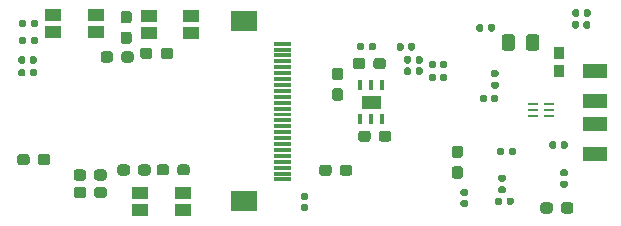
<source format=gbr>
G04 #@! TF.GenerationSoftware,KiCad,Pcbnew,(5.1.6)-1*
G04 #@! TF.CreationDate,2021-02-18T21:14:00+09:00*
G04 #@! TF.ProjectId,guardianCam_Wifi,67756172-6469-4616-9e43-616d5f576966,rev?*
G04 #@! TF.SameCoordinates,Original*
G04 #@! TF.FileFunction,Paste,Top*
G04 #@! TF.FilePolarity,Positive*
%FSLAX46Y46*%
G04 Gerber Fmt 4.6, Leading zero omitted, Abs format (unit mm)*
G04 Created by KiCad (PCBNEW (5.1.6)-1) date 2021-02-18 21:14:00*
%MOMM*%
%LPD*%
G01*
G04 APERTURE LIST*
%ADD10C,0.010000*%
%ADD11R,1.400000X1.050000*%
%ADD12R,0.812800X0.254000*%
%ADD13R,0.970000X1.000000*%
%ADD14R,0.400000X0.860000*%
%ADD15R,2.200000X1.800000*%
%ADD16R,2.000000X1.200000*%
G04 APERTURE END LIST*
D10*
G36*
X113140000Y-91850000D02*
G01*
X113140000Y-90830000D01*
X114640000Y-90830000D01*
X114640000Y-91850000D01*
X113140000Y-91850000D01*
G37*
X113140000Y-91850000D02*
X113140000Y-90830000D01*
X114640000Y-90830000D01*
X114640000Y-91850000D01*
X113140000Y-91850000D01*
G36*
X107030000Y-86255000D02*
G01*
X107030000Y-86505000D01*
X105730000Y-86505000D01*
X105730000Y-86255000D01*
X107030000Y-86255000D01*
G37*
X107030000Y-86255000D02*
X107030000Y-86505000D01*
X105730000Y-86505000D01*
X105730000Y-86255000D01*
X107030000Y-86255000D01*
G36*
X107030000Y-86755000D02*
G01*
X107030000Y-87005000D01*
X105730000Y-87005000D01*
X105730000Y-86755000D01*
X107030000Y-86755000D01*
G37*
X107030000Y-86755000D02*
X107030000Y-87005000D01*
X105730000Y-87005000D01*
X105730000Y-86755000D01*
X107030000Y-86755000D01*
G36*
X107030000Y-87255000D02*
G01*
X107030000Y-87505000D01*
X105730000Y-87505000D01*
X105730000Y-87255000D01*
X107030000Y-87255000D01*
G37*
X107030000Y-87255000D02*
X107030000Y-87505000D01*
X105730000Y-87505000D01*
X105730000Y-87255000D01*
X107030000Y-87255000D01*
G36*
X107030000Y-87755000D02*
G01*
X107030000Y-88005000D01*
X105730000Y-88005000D01*
X105730000Y-87755000D01*
X107030000Y-87755000D01*
G37*
X107030000Y-87755000D02*
X107030000Y-88005000D01*
X105730000Y-88005000D01*
X105730000Y-87755000D01*
X107030000Y-87755000D01*
G36*
X107030000Y-88255000D02*
G01*
X107030000Y-88505000D01*
X105730000Y-88505000D01*
X105730000Y-88255000D01*
X107030000Y-88255000D01*
G37*
X107030000Y-88255000D02*
X107030000Y-88505000D01*
X105730000Y-88505000D01*
X105730000Y-88255000D01*
X107030000Y-88255000D01*
G36*
X107030000Y-88755000D02*
G01*
X107030000Y-89005000D01*
X105730000Y-89005000D01*
X105730000Y-88755000D01*
X107030000Y-88755000D01*
G37*
X107030000Y-88755000D02*
X107030000Y-89005000D01*
X105730000Y-89005000D01*
X105730000Y-88755000D01*
X107030000Y-88755000D01*
G36*
X107030000Y-89255000D02*
G01*
X107030000Y-89505000D01*
X105730000Y-89505000D01*
X105730000Y-89255000D01*
X107030000Y-89255000D01*
G37*
X107030000Y-89255000D02*
X107030000Y-89505000D01*
X105730000Y-89505000D01*
X105730000Y-89255000D01*
X107030000Y-89255000D01*
G36*
X107030000Y-89755000D02*
G01*
X107030000Y-90005000D01*
X105730000Y-90005000D01*
X105730000Y-89755000D01*
X107030000Y-89755000D01*
G37*
X107030000Y-89755000D02*
X107030000Y-90005000D01*
X105730000Y-90005000D01*
X105730000Y-89755000D01*
X107030000Y-89755000D01*
G36*
X107030000Y-90255000D02*
G01*
X107030000Y-90505000D01*
X105730000Y-90505000D01*
X105730000Y-90255000D01*
X107030000Y-90255000D01*
G37*
X107030000Y-90255000D02*
X107030000Y-90505000D01*
X105730000Y-90505000D01*
X105730000Y-90255000D01*
X107030000Y-90255000D01*
G36*
X107030000Y-90755000D02*
G01*
X107030000Y-91005000D01*
X105730000Y-91005000D01*
X105730000Y-90755000D01*
X107030000Y-90755000D01*
G37*
X107030000Y-90755000D02*
X107030000Y-91005000D01*
X105730000Y-91005000D01*
X105730000Y-90755000D01*
X107030000Y-90755000D01*
G36*
X107030000Y-91255000D02*
G01*
X107030000Y-91505000D01*
X105730000Y-91505000D01*
X105730000Y-91255000D01*
X107030000Y-91255000D01*
G37*
X107030000Y-91255000D02*
X107030000Y-91505000D01*
X105730000Y-91505000D01*
X105730000Y-91255000D01*
X107030000Y-91255000D01*
G36*
X107030000Y-91755000D02*
G01*
X107030000Y-92005000D01*
X105730000Y-92005000D01*
X105730000Y-91755000D01*
X107030000Y-91755000D01*
G37*
X107030000Y-91755000D02*
X107030000Y-92005000D01*
X105730000Y-92005000D01*
X105730000Y-91755000D01*
X107030000Y-91755000D01*
G36*
X107030000Y-92255000D02*
G01*
X107030000Y-92505000D01*
X105730000Y-92505000D01*
X105730000Y-92255000D01*
X107030000Y-92255000D01*
G37*
X107030000Y-92255000D02*
X107030000Y-92505000D01*
X105730000Y-92505000D01*
X105730000Y-92255000D01*
X107030000Y-92255000D01*
G36*
X107030000Y-92755000D02*
G01*
X107030000Y-93005000D01*
X105730000Y-93005000D01*
X105730000Y-92755000D01*
X107030000Y-92755000D01*
G37*
X107030000Y-92755000D02*
X107030000Y-93005000D01*
X105730000Y-93005000D01*
X105730000Y-92755000D01*
X107030000Y-92755000D01*
G36*
X107030000Y-93255000D02*
G01*
X107030000Y-93505000D01*
X105730000Y-93505000D01*
X105730000Y-93255000D01*
X107030000Y-93255000D01*
G37*
X107030000Y-93255000D02*
X107030000Y-93505000D01*
X105730000Y-93505000D01*
X105730000Y-93255000D01*
X107030000Y-93255000D01*
G36*
X107030000Y-93755000D02*
G01*
X107030000Y-94005000D01*
X105730000Y-94005000D01*
X105730000Y-93755000D01*
X107030000Y-93755000D01*
G37*
X107030000Y-93755000D02*
X107030000Y-94005000D01*
X105730000Y-94005000D01*
X105730000Y-93755000D01*
X107030000Y-93755000D01*
G36*
X107030000Y-94255000D02*
G01*
X107030000Y-94505000D01*
X105730000Y-94505000D01*
X105730000Y-94255000D01*
X107030000Y-94255000D01*
G37*
X107030000Y-94255000D02*
X107030000Y-94505000D01*
X105730000Y-94505000D01*
X105730000Y-94255000D01*
X107030000Y-94255000D01*
G36*
X107030000Y-94755000D02*
G01*
X107030000Y-95005000D01*
X105730000Y-95005000D01*
X105730000Y-94755000D01*
X107030000Y-94755000D01*
G37*
X107030000Y-94755000D02*
X107030000Y-95005000D01*
X105730000Y-95005000D01*
X105730000Y-94755000D01*
X107030000Y-94755000D01*
G36*
X107030000Y-95255000D02*
G01*
X107030000Y-95505000D01*
X105730000Y-95505000D01*
X105730000Y-95255000D01*
X107030000Y-95255000D01*
G37*
X107030000Y-95255000D02*
X107030000Y-95505000D01*
X105730000Y-95505000D01*
X105730000Y-95255000D01*
X107030000Y-95255000D01*
G36*
X107030000Y-95755000D02*
G01*
X107030000Y-96005000D01*
X105730000Y-96005000D01*
X105730000Y-95755000D01*
X107030000Y-95755000D01*
G37*
X107030000Y-95755000D02*
X107030000Y-96005000D01*
X105730000Y-96005000D01*
X105730000Y-95755000D01*
X107030000Y-95755000D01*
G36*
X107030000Y-96255000D02*
G01*
X107030000Y-96505000D01*
X105730000Y-96505000D01*
X105730000Y-96255000D01*
X107030000Y-96255000D01*
G37*
X107030000Y-96255000D02*
X107030000Y-96505000D01*
X105730000Y-96505000D01*
X105730000Y-96255000D01*
X107030000Y-96255000D01*
G36*
X107030000Y-96755000D02*
G01*
X107030000Y-97005000D01*
X105730000Y-97005000D01*
X105730000Y-96755000D01*
X107030000Y-96755000D01*
G37*
X107030000Y-96755000D02*
X107030000Y-97005000D01*
X105730000Y-97005000D01*
X105730000Y-96755000D01*
X107030000Y-96755000D01*
G36*
X107030000Y-97255000D02*
G01*
X107030000Y-97505000D01*
X105730000Y-97505000D01*
X105730000Y-97255000D01*
X107030000Y-97255000D01*
G37*
X107030000Y-97255000D02*
X107030000Y-97505000D01*
X105730000Y-97505000D01*
X105730000Y-97255000D01*
X107030000Y-97255000D01*
G36*
X107030000Y-97755000D02*
G01*
X107030000Y-98005000D01*
X105730000Y-98005000D01*
X105730000Y-97755000D01*
X107030000Y-97755000D01*
G37*
X107030000Y-97755000D02*
X107030000Y-98005000D01*
X105730000Y-98005000D01*
X105730000Y-97755000D01*
X107030000Y-97755000D01*
G36*
G01*
X84655000Y-88707500D02*
X84655000Y-89052500D01*
G75*
G02*
X84507500Y-89200000I-147500J0D01*
G01*
X84212500Y-89200000D01*
G75*
G02*
X84065000Y-89052500I0J147500D01*
G01*
X84065000Y-88707500D01*
G75*
G02*
X84212500Y-88560000I147500J0D01*
G01*
X84507500Y-88560000D01*
G75*
G02*
X84655000Y-88707500I0J-147500D01*
G01*
G37*
G36*
G01*
X85625000Y-88707500D02*
X85625000Y-89052500D01*
G75*
G02*
X85477500Y-89200000I-147500J0D01*
G01*
X85182500Y-89200000D01*
G75*
G02*
X85035000Y-89052500I0J147500D01*
G01*
X85035000Y-88707500D01*
G75*
G02*
X85182500Y-88560000I147500J0D01*
G01*
X85477500Y-88560000D01*
G75*
G02*
X85625000Y-88707500I0J-147500D01*
G01*
G37*
G36*
G01*
X85025000Y-87982500D02*
X85025000Y-87637500D01*
G75*
G02*
X85172500Y-87490000I147500J0D01*
G01*
X85467500Y-87490000D01*
G75*
G02*
X85615000Y-87637500I0J-147500D01*
G01*
X85615000Y-87982500D01*
G75*
G02*
X85467500Y-88130000I-147500J0D01*
G01*
X85172500Y-88130000D01*
G75*
G02*
X85025000Y-87982500I0J147500D01*
G01*
G37*
G36*
G01*
X84055000Y-87982500D02*
X84055000Y-87637500D01*
G75*
G02*
X84202500Y-87490000I147500J0D01*
G01*
X84497500Y-87490000D01*
G75*
G02*
X84645000Y-87637500I0J-147500D01*
G01*
X84645000Y-87982500D01*
G75*
G02*
X84497500Y-88130000I-147500J0D01*
G01*
X84202500Y-88130000D01*
G75*
G02*
X84055000Y-87982500I0J147500D01*
G01*
G37*
G36*
G01*
X84725000Y-85967500D02*
X84725000Y-86312500D01*
G75*
G02*
X84577500Y-86460000I-147500J0D01*
G01*
X84282500Y-86460000D01*
G75*
G02*
X84135000Y-86312500I0J147500D01*
G01*
X84135000Y-85967500D01*
G75*
G02*
X84282500Y-85820000I147500J0D01*
G01*
X84577500Y-85820000D01*
G75*
G02*
X84725000Y-85967500I0J-147500D01*
G01*
G37*
G36*
G01*
X85695000Y-85967500D02*
X85695000Y-86312500D01*
G75*
G02*
X85547500Y-86460000I-147500J0D01*
G01*
X85252500Y-86460000D01*
G75*
G02*
X85105000Y-86312500I0J147500D01*
G01*
X85105000Y-85967500D01*
G75*
G02*
X85252500Y-85820000I147500J0D01*
G01*
X85547500Y-85820000D01*
G75*
G02*
X85695000Y-85967500I0J-147500D01*
G01*
G37*
G36*
G01*
X131900000Y-85002500D02*
X131900000Y-84657500D01*
G75*
G02*
X132047500Y-84510000I147500J0D01*
G01*
X132342500Y-84510000D01*
G75*
G02*
X132490000Y-84657500I0J-147500D01*
G01*
X132490000Y-85002500D01*
G75*
G02*
X132342500Y-85150000I-147500J0D01*
G01*
X132047500Y-85150000D01*
G75*
G02*
X131900000Y-85002500I0J147500D01*
G01*
G37*
G36*
G01*
X130930000Y-85002500D02*
X130930000Y-84657500D01*
G75*
G02*
X131077500Y-84510000I147500J0D01*
G01*
X131372500Y-84510000D01*
G75*
G02*
X131520000Y-84657500I0J-147500D01*
G01*
X131520000Y-85002500D01*
G75*
G02*
X131372500Y-85150000I-147500J0D01*
G01*
X131077500Y-85150000D01*
G75*
G02*
X130930000Y-85002500I0J147500D01*
G01*
G37*
G36*
G01*
X85115000Y-84892500D02*
X85115000Y-84547500D01*
G75*
G02*
X85262500Y-84400000I147500J0D01*
G01*
X85557500Y-84400000D01*
G75*
G02*
X85705000Y-84547500I0J-147500D01*
G01*
X85705000Y-84892500D01*
G75*
G02*
X85557500Y-85040000I-147500J0D01*
G01*
X85262500Y-85040000D01*
G75*
G02*
X85115000Y-84892500I0J147500D01*
G01*
G37*
G36*
G01*
X84145000Y-84892500D02*
X84145000Y-84547500D01*
G75*
G02*
X84292500Y-84400000I147500J0D01*
G01*
X84587500Y-84400000D01*
G75*
G02*
X84735000Y-84547500I0J-147500D01*
G01*
X84735000Y-84892500D01*
G75*
G02*
X84587500Y-85040000I-147500J0D01*
G01*
X84292500Y-85040000D01*
G75*
G02*
X84145000Y-84892500I0J147500D01*
G01*
G37*
G36*
G01*
X131535000Y-83647500D02*
X131535000Y-83992500D01*
G75*
G02*
X131387500Y-84140000I-147500J0D01*
G01*
X131092500Y-84140000D01*
G75*
G02*
X130945000Y-83992500I0J147500D01*
G01*
X130945000Y-83647500D01*
G75*
G02*
X131092500Y-83500000I147500J0D01*
G01*
X131387500Y-83500000D01*
G75*
G02*
X131535000Y-83647500I0J-147500D01*
G01*
G37*
G36*
G01*
X132505000Y-83647500D02*
X132505000Y-83992500D01*
G75*
G02*
X132357500Y-84140000I-147500J0D01*
G01*
X132062500Y-84140000D01*
G75*
G02*
X131915000Y-83992500I0J147500D01*
G01*
X131915000Y-83647500D01*
G75*
G02*
X132062500Y-83500000I147500J0D01*
G01*
X132357500Y-83500000D01*
G75*
G02*
X132505000Y-83647500I0J-147500D01*
G01*
G37*
G36*
G01*
X123710000Y-90877500D02*
X123710000Y-91222500D01*
G75*
G02*
X123562500Y-91370000I-147500J0D01*
G01*
X123267500Y-91370000D01*
G75*
G02*
X123120000Y-91222500I0J147500D01*
G01*
X123120000Y-90877500D01*
G75*
G02*
X123267500Y-90730000I147500J0D01*
G01*
X123562500Y-90730000D01*
G75*
G02*
X123710000Y-90877500I0J-147500D01*
G01*
G37*
G36*
G01*
X124680000Y-90877500D02*
X124680000Y-91222500D01*
G75*
G02*
X124532500Y-91370000I-147500J0D01*
G01*
X124237500Y-91370000D01*
G75*
G02*
X124090000Y-91222500I0J147500D01*
G01*
X124090000Y-90877500D01*
G75*
G02*
X124237500Y-90730000I147500J0D01*
G01*
X124532500Y-90730000D01*
G75*
G02*
X124680000Y-90877500I0J-147500D01*
G01*
G37*
G36*
G01*
X124217500Y-89635000D02*
X124562500Y-89635000D01*
G75*
G02*
X124710000Y-89782500I0J-147500D01*
G01*
X124710000Y-90077500D01*
G75*
G02*
X124562500Y-90225000I-147500J0D01*
G01*
X124217500Y-90225000D01*
G75*
G02*
X124070000Y-90077500I0J147500D01*
G01*
X124070000Y-89782500D01*
G75*
G02*
X124217500Y-89635000I147500J0D01*
G01*
G37*
G36*
G01*
X124217500Y-88665000D02*
X124562500Y-88665000D01*
G75*
G02*
X124710000Y-88812500I0J-147500D01*
G01*
X124710000Y-89107500D01*
G75*
G02*
X124562500Y-89255000I-147500J0D01*
G01*
X124217500Y-89255000D01*
G75*
G02*
X124070000Y-89107500I0J147500D01*
G01*
X124070000Y-88812500D01*
G75*
G02*
X124217500Y-88665000I147500J0D01*
G01*
G37*
G36*
G01*
X117305000Y-88587500D02*
X117305000Y-88932500D01*
G75*
G02*
X117157500Y-89080000I-147500J0D01*
G01*
X116862500Y-89080000D01*
G75*
G02*
X116715000Y-88932500I0J147500D01*
G01*
X116715000Y-88587500D01*
G75*
G02*
X116862500Y-88440000I147500J0D01*
G01*
X117157500Y-88440000D01*
G75*
G02*
X117305000Y-88587500I0J-147500D01*
G01*
G37*
G36*
G01*
X118275000Y-88587500D02*
X118275000Y-88932500D01*
G75*
G02*
X118127500Y-89080000I-147500J0D01*
G01*
X117832500Y-89080000D01*
G75*
G02*
X117685000Y-88932500I0J147500D01*
G01*
X117685000Y-88587500D01*
G75*
G02*
X117832500Y-88440000I147500J0D01*
G01*
X118127500Y-88440000D01*
G75*
G02*
X118275000Y-88587500I0J-147500D01*
G01*
G37*
G36*
G01*
X117305000Y-87617500D02*
X117305000Y-87962500D01*
G75*
G02*
X117157500Y-88110000I-147500J0D01*
G01*
X116862500Y-88110000D01*
G75*
G02*
X116715000Y-87962500I0J147500D01*
G01*
X116715000Y-87617500D01*
G75*
G02*
X116862500Y-87470000I147500J0D01*
G01*
X117157500Y-87470000D01*
G75*
G02*
X117305000Y-87617500I0J-147500D01*
G01*
G37*
G36*
G01*
X118275000Y-87617500D02*
X118275000Y-87962500D01*
G75*
G02*
X118127500Y-88110000I-147500J0D01*
G01*
X117832500Y-88110000D01*
G75*
G02*
X117685000Y-87962500I0J147500D01*
G01*
X117685000Y-87617500D01*
G75*
G02*
X117832500Y-87470000I147500J0D01*
G01*
X118127500Y-87470000D01*
G75*
G02*
X118275000Y-87617500I0J-147500D01*
G01*
G37*
G36*
G01*
X119770000Y-88372500D02*
X119770000Y-88027500D01*
G75*
G02*
X119917500Y-87880000I147500J0D01*
G01*
X120212500Y-87880000D01*
G75*
G02*
X120360000Y-88027500I0J-147500D01*
G01*
X120360000Y-88372500D01*
G75*
G02*
X120212500Y-88520000I-147500J0D01*
G01*
X119917500Y-88520000D01*
G75*
G02*
X119770000Y-88372500I0J147500D01*
G01*
G37*
G36*
G01*
X118800000Y-88372500D02*
X118800000Y-88027500D01*
G75*
G02*
X118947500Y-87880000I147500J0D01*
G01*
X119242500Y-87880000D01*
G75*
G02*
X119390000Y-88027500I0J-147500D01*
G01*
X119390000Y-88372500D01*
G75*
G02*
X119242500Y-88520000I-147500J0D01*
G01*
X118947500Y-88520000D01*
G75*
G02*
X118800000Y-88372500I0J147500D01*
G01*
G37*
G36*
G01*
X119770000Y-89472500D02*
X119770000Y-89127500D01*
G75*
G02*
X119917500Y-88980000I147500J0D01*
G01*
X120212500Y-88980000D01*
G75*
G02*
X120360000Y-89127500I0J-147500D01*
G01*
X120360000Y-89472500D01*
G75*
G02*
X120212500Y-89620000I-147500J0D01*
G01*
X119917500Y-89620000D01*
G75*
G02*
X119770000Y-89472500I0J147500D01*
G01*
G37*
G36*
G01*
X118800000Y-89472500D02*
X118800000Y-89127500D01*
G75*
G02*
X118947500Y-88980000I147500J0D01*
G01*
X119242500Y-88980000D01*
G75*
G02*
X119390000Y-89127500I0J-147500D01*
G01*
X119390000Y-89472500D01*
G75*
G02*
X119242500Y-89620000I-147500J0D01*
G01*
X118947500Y-89620000D01*
G75*
G02*
X118800000Y-89472500I0J147500D01*
G01*
G37*
G36*
G01*
X117050000Y-86872500D02*
X117050000Y-86527500D01*
G75*
G02*
X117197500Y-86380000I147500J0D01*
G01*
X117492500Y-86380000D01*
G75*
G02*
X117640000Y-86527500I0J-147500D01*
G01*
X117640000Y-86872500D01*
G75*
G02*
X117492500Y-87020000I-147500J0D01*
G01*
X117197500Y-87020000D01*
G75*
G02*
X117050000Y-86872500I0J147500D01*
G01*
G37*
G36*
G01*
X116080000Y-86872500D02*
X116080000Y-86527500D01*
G75*
G02*
X116227500Y-86380000I147500J0D01*
G01*
X116522500Y-86380000D01*
G75*
G02*
X116670000Y-86527500I0J-147500D01*
G01*
X116670000Y-86872500D01*
G75*
G02*
X116522500Y-87020000I-147500J0D01*
G01*
X116227500Y-87020000D01*
G75*
G02*
X116080000Y-86872500I0J147500D01*
G01*
G37*
G36*
G01*
X108117500Y-100030000D02*
X108462500Y-100030000D01*
G75*
G02*
X108610000Y-100177500I0J-147500D01*
G01*
X108610000Y-100472500D01*
G75*
G02*
X108462500Y-100620000I-147500J0D01*
G01*
X108117500Y-100620000D01*
G75*
G02*
X107970000Y-100472500I0J147500D01*
G01*
X107970000Y-100177500D01*
G75*
G02*
X108117500Y-100030000I147500J0D01*
G01*
G37*
G36*
G01*
X108117500Y-99060000D02*
X108462500Y-99060000D01*
G75*
G02*
X108610000Y-99207500I0J-147500D01*
G01*
X108610000Y-99502500D01*
G75*
G02*
X108462500Y-99650000I-147500J0D01*
G01*
X108117500Y-99650000D01*
G75*
G02*
X107970000Y-99502500I0J147500D01*
G01*
X107970000Y-99207500D01*
G75*
G02*
X108117500Y-99060000I147500J0D01*
G01*
G37*
G36*
G01*
X121637500Y-99680000D02*
X121982500Y-99680000D01*
G75*
G02*
X122130000Y-99827500I0J-147500D01*
G01*
X122130000Y-100122500D01*
G75*
G02*
X121982500Y-100270000I-147500J0D01*
G01*
X121637500Y-100270000D01*
G75*
G02*
X121490000Y-100122500I0J147500D01*
G01*
X121490000Y-99827500D01*
G75*
G02*
X121637500Y-99680000I147500J0D01*
G01*
G37*
G36*
G01*
X121637500Y-98710000D02*
X121982500Y-98710000D01*
G75*
G02*
X122130000Y-98857500I0J-147500D01*
G01*
X122130000Y-99152500D01*
G75*
G02*
X121982500Y-99300000I-147500J0D01*
G01*
X121637500Y-99300000D01*
G75*
G02*
X121490000Y-99152500I0J147500D01*
G01*
X121490000Y-98857500D01*
G75*
G02*
X121637500Y-98710000I147500J0D01*
G01*
G37*
G36*
G01*
X123435000Y-84907500D02*
X123435000Y-85252500D01*
G75*
G02*
X123287500Y-85400000I-147500J0D01*
G01*
X122992500Y-85400000D01*
G75*
G02*
X122845000Y-85252500I0J147500D01*
G01*
X122845000Y-84907500D01*
G75*
G02*
X122992500Y-84760000I147500J0D01*
G01*
X123287500Y-84760000D01*
G75*
G02*
X123435000Y-84907500I0J-147500D01*
G01*
G37*
G36*
G01*
X124405000Y-84907500D02*
X124405000Y-85252500D01*
G75*
G02*
X124257500Y-85400000I-147500J0D01*
G01*
X123962500Y-85400000D01*
G75*
G02*
X123815000Y-85252500I0J147500D01*
G01*
X123815000Y-84907500D01*
G75*
G02*
X123962500Y-84760000I147500J0D01*
G01*
X124257500Y-84760000D01*
G75*
G02*
X124405000Y-84907500I0J-147500D01*
G01*
G37*
G36*
G01*
X113720000Y-86852500D02*
X113720000Y-86507500D01*
G75*
G02*
X113867500Y-86360000I147500J0D01*
G01*
X114162500Y-86360000D01*
G75*
G02*
X114310000Y-86507500I0J-147500D01*
G01*
X114310000Y-86852500D01*
G75*
G02*
X114162500Y-87000000I-147500J0D01*
G01*
X113867500Y-87000000D01*
G75*
G02*
X113720000Y-86852500I0J147500D01*
G01*
G37*
G36*
G01*
X112750000Y-86852500D02*
X112750000Y-86507500D01*
G75*
G02*
X112897500Y-86360000I147500J0D01*
G01*
X113192500Y-86360000D01*
G75*
G02*
X113340000Y-86507500I0J-147500D01*
G01*
X113340000Y-86852500D01*
G75*
G02*
X113192500Y-87000000I-147500J0D01*
G01*
X112897500Y-87000000D01*
G75*
G02*
X112750000Y-86852500I0J147500D01*
G01*
G37*
G36*
G01*
X130077500Y-98015000D02*
X130422500Y-98015000D01*
G75*
G02*
X130570000Y-98162500I0J-147500D01*
G01*
X130570000Y-98457500D01*
G75*
G02*
X130422500Y-98605000I-147500J0D01*
G01*
X130077500Y-98605000D01*
G75*
G02*
X129930000Y-98457500I0J147500D01*
G01*
X129930000Y-98162500D01*
G75*
G02*
X130077500Y-98015000I147500J0D01*
G01*
G37*
G36*
G01*
X130077500Y-97045000D02*
X130422500Y-97045000D01*
G75*
G02*
X130570000Y-97192500I0J-147500D01*
G01*
X130570000Y-97487500D01*
G75*
G02*
X130422500Y-97635000I-147500J0D01*
G01*
X130077500Y-97635000D01*
G75*
G02*
X129930000Y-97487500I0J147500D01*
G01*
X129930000Y-97192500D01*
G75*
G02*
X130077500Y-97045000I147500J0D01*
G01*
G37*
G36*
G01*
X125185000Y-95387500D02*
X125185000Y-95732500D01*
G75*
G02*
X125037500Y-95880000I-147500J0D01*
G01*
X124742500Y-95880000D01*
G75*
G02*
X124595000Y-95732500I0J147500D01*
G01*
X124595000Y-95387500D01*
G75*
G02*
X124742500Y-95240000I147500J0D01*
G01*
X125037500Y-95240000D01*
G75*
G02*
X125185000Y-95387500I0J-147500D01*
G01*
G37*
G36*
G01*
X126155000Y-95387500D02*
X126155000Y-95732500D01*
G75*
G02*
X126007500Y-95880000I-147500J0D01*
G01*
X125712500Y-95880000D01*
G75*
G02*
X125565000Y-95732500I0J147500D01*
G01*
X125565000Y-95387500D01*
G75*
G02*
X125712500Y-95240000I147500J0D01*
G01*
X126007500Y-95240000D01*
G75*
G02*
X126155000Y-95387500I0J-147500D01*
G01*
G37*
G36*
G01*
X125162500Y-98115000D02*
X124817500Y-98115000D01*
G75*
G02*
X124670000Y-97967500I0J147500D01*
G01*
X124670000Y-97672500D01*
G75*
G02*
X124817500Y-97525000I147500J0D01*
G01*
X125162500Y-97525000D01*
G75*
G02*
X125310000Y-97672500I0J-147500D01*
G01*
X125310000Y-97967500D01*
G75*
G02*
X125162500Y-98115000I-147500J0D01*
G01*
G37*
G36*
G01*
X125162500Y-99085000D02*
X124817500Y-99085000D01*
G75*
G02*
X124670000Y-98937500I0J147500D01*
G01*
X124670000Y-98642500D01*
G75*
G02*
X124817500Y-98495000I147500J0D01*
G01*
X125162500Y-98495000D01*
G75*
G02*
X125310000Y-98642500I0J-147500D01*
G01*
X125310000Y-98937500D01*
G75*
G02*
X125162500Y-99085000I-147500J0D01*
G01*
G37*
G36*
G01*
X125015000Y-99597500D02*
X125015000Y-99942500D01*
G75*
G02*
X124867500Y-100090000I-147500J0D01*
G01*
X124572500Y-100090000D01*
G75*
G02*
X124425000Y-99942500I0J147500D01*
G01*
X124425000Y-99597500D01*
G75*
G02*
X124572500Y-99450000I147500J0D01*
G01*
X124867500Y-99450000D01*
G75*
G02*
X125015000Y-99597500I0J-147500D01*
G01*
G37*
G36*
G01*
X125985000Y-99597500D02*
X125985000Y-99942500D01*
G75*
G02*
X125837500Y-100090000I-147500J0D01*
G01*
X125542500Y-100090000D01*
G75*
G02*
X125395000Y-99942500I0J147500D01*
G01*
X125395000Y-99597500D01*
G75*
G02*
X125542500Y-99450000I147500J0D01*
G01*
X125837500Y-99450000D01*
G75*
G02*
X125985000Y-99597500I0J-147500D01*
G01*
G37*
G36*
G01*
X129585000Y-94827500D02*
X129585000Y-95172500D01*
G75*
G02*
X129437500Y-95320000I-147500J0D01*
G01*
X129142500Y-95320000D01*
G75*
G02*
X128995000Y-95172500I0J147500D01*
G01*
X128995000Y-94827500D01*
G75*
G02*
X129142500Y-94680000I147500J0D01*
G01*
X129437500Y-94680000D01*
G75*
G02*
X129585000Y-94827500I0J-147500D01*
G01*
G37*
G36*
G01*
X130555000Y-94827500D02*
X130555000Y-95172500D01*
G75*
G02*
X130407500Y-95320000I-147500J0D01*
G01*
X130112500Y-95320000D01*
G75*
G02*
X129965000Y-95172500I0J147500D01*
G01*
X129965000Y-94827500D01*
G75*
G02*
X130112500Y-94680000I147500J0D01*
G01*
X130407500Y-94680000D01*
G75*
G02*
X130555000Y-94827500I0J-147500D01*
G01*
G37*
D11*
X98710000Y-85510000D03*
X95110000Y-85510000D03*
X98710000Y-84060000D03*
X95110000Y-84060000D03*
G36*
G01*
X92070000Y-87312500D02*
X92070000Y-87787500D01*
G75*
G02*
X91832500Y-88025000I-237500J0D01*
G01*
X91257500Y-88025000D01*
G75*
G02*
X91020000Y-87787500I0J237500D01*
G01*
X91020000Y-87312500D01*
G75*
G02*
X91257500Y-87075000I237500J0D01*
G01*
X91832500Y-87075000D01*
G75*
G02*
X92070000Y-87312500I0J-237500D01*
G01*
G37*
G36*
G01*
X93820000Y-87312500D02*
X93820000Y-87787500D01*
G75*
G02*
X93582500Y-88025000I-237500J0D01*
G01*
X93007500Y-88025000D01*
G75*
G02*
X92770000Y-87787500I0J237500D01*
G01*
X92770000Y-87312500D01*
G75*
G02*
X93007500Y-87075000I237500J0D01*
G01*
X93582500Y-87075000D01*
G75*
G02*
X93820000Y-87312500I0J-237500D01*
G01*
G37*
G36*
G01*
X92942500Y-85410000D02*
X93417500Y-85410000D01*
G75*
G02*
X93655000Y-85647500I0J-237500D01*
G01*
X93655000Y-86222500D01*
G75*
G02*
X93417500Y-86460000I-237500J0D01*
G01*
X92942500Y-86460000D01*
G75*
G02*
X92705000Y-86222500I0J237500D01*
G01*
X92705000Y-85647500D01*
G75*
G02*
X92942500Y-85410000I237500J0D01*
G01*
G37*
G36*
G01*
X92942500Y-83660000D02*
X93417500Y-83660000D01*
G75*
G02*
X93655000Y-83897500I0J-237500D01*
G01*
X93655000Y-84472500D01*
G75*
G02*
X93417500Y-84710000I-237500J0D01*
G01*
X92942500Y-84710000D01*
G75*
G02*
X92705000Y-84472500I0J237500D01*
G01*
X92705000Y-83897500D01*
G75*
G02*
X92942500Y-83660000I237500J0D01*
G01*
G37*
G36*
G01*
X96105000Y-87487500D02*
X96105000Y-87012500D01*
G75*
G02*
X96342500Y-86775000I237500J0D01*
G01*
X96917500Y-86775000D01*
G75*
G02*
X97155000Y-87012500I0J-237500D01*
G01*
X97155000Y-87487500D01*
G75*
G02*
X96917500Y-87725000I-237500J0D01*
G01*
X96342500Y-87725000D01*
G75*
G02*
X96105000Y-87487500I0J237500D01*
G01*
G37*
G36*
G01*
X94355000Y-87487500D02*
X94355000Y-87012500D01*
G75*
G02*
X94592500Y-86775000I237500J0D01*
G01*
X95167500Y-86775000D01*
G75*
G02*
X95405000Y-87012500I0J-237500D01*
G01*
X95405000Y-87487500D01*
G75*
G02*
X95167500Y-87725000I-237500J0D01*
G01*
X94592500Y-87725000D01*
G75*
G02*
X94355000Y-87487500I0J237500D01*
G01*
G37*
G36*
G01*
X97515000Y-97347500D02*
X97515000Y-96872500D01*
G75*
G02*
X97752500Y-96635000I237500J0D01*
G01*
X98327500Y-96635000D01*
G75*
G02*
X98565000Y-96872500I0J-237500D01*
G01*
X98565000Y-97347500D01*
G75*
G02*
X98327500Y-97585000I-237500J0D01*
G01*
X97752500Y-97585000D01*
G75*
G02*
X97515000Y-97347500I0J237500D01*
G01*
G37*
G36*
G01*
X95765000Y-97347500D02*
X95765000Y-96872500D01*
G75*
G02*
X96002500Y-96635000I237500J0D01*
G01*
X96577500Y-96635000D01*
G75*
G02*
X96815000Y-96872500I0J-237500D01*
G01*
X96815000Y-97347500D01*
G75*
G02*
X96577500Y-97585000I-237500J0D01*
G01*
X96002500Y-97585000D01*
G75*
G02*
X95765000Y-97347500I0J237500D01*
G01*
G37*
G36*
G01*
X93495000Y-96882500D02*
X93495000Y-97357500D01*
G75*
G02*
X93257500Y-97595000I-237500J0D01*
G01*
X92682500Y-97595000D01*
G75*
G02*
X92445000Y-97357500I0J237500D01*
G01*
X92445000Y-96882500D01*
G75*
G02*
X92682500Y-96645000I237500J0D01*
G01*
X93257500Y-96645000D01*
G75*
G02*
X93495000Y-96882500I0J-237500D01*
G01*
G37*
G36*
G01*
X95245000Y-96882500D02*
X95245000Y-97357500D01*
G75*
G02*
X95007500Y-97595000I-237500J0D01*
G01*
X94432500Y-97595000D01*
G75*
G02*
X94195000Y-97357500I0J237500D01*
G01*
X94195000Y-96882500D01*
G75*
G02*
X94432500Y-96645000I237500J0D01*
G01*
X95007500Y-96645000D01*
G75*
G02*
X95245000Y-96882500I0J-237500D01*
G01*
G37*
X90630000Y-85455000D03*
X87030000Y-85455000D03*
X90630000Y-84005000D03*
X87030000Y-84005000D03*
X94370000Y-99090000D03*
X97970000Y-99090000D03*
X94370000Y-100540000D03*
X97970000Y-100540000D03*
D12*
X128973100Y-92529999D03*
X128973100Y-92030000D03*
X128973100Y-91530001D03*
X127626900Y-91530001D03*
X127626900Y-92030000D03*
X127626900Y-92529999D03*
D13*
X129790000Y-87235000D03*
X129790000Y-88705000D03*
G36*
G01*
X126120000Y-85879999D02*
X126120000Y-86780001D01*
G75*
G02*
X125870001Y-87030000I-249999J0D01*
G01*
X125219999Y-87030000D01*
G75*
G02*
X124970000Y-86780001I0J249999D01*
G01*
X124970000Y-85879999D01*
G75*
G02*
X125219999Y-85630000I249999J0D01*
G01*
X125870001Y-85630000D01*
G75*
G02*
X126120000Y-85879999I0J-249999D01*
G01*
G37*
G36*
G01*
X128170000Y-85879999D02*
X128170000Y-86780001D01*
G75*
G02*
X127920001Y-87030000I-249999J0D01*
G01*
X127269999Y-87030000D01*
G75*
G02*
X127020000Y-86780001I0J249999D01*
G01*
X127020000Y-85879999D01*
G75*
G02*
X127269999Y-85630000I249999J0D01*
G01*
X127920001Y-85630000D01*
G75*
G02*
X128170000Y-85879999I0J-249999D01*
G01*
G37*
D14*
X112940000Y-92775000D03*
X113890000Y-92775000D03*
X114840000Y-92775000D03*
X114840000Y-89905000D03*
X113890000Y-89905000D03*
X112940000Y-89905000D03*
G36*
G01*
X85005000Y-96002500D02*
X85005000Y-96477500D01*
G75*
G02*
X84767500Y-96715000I-237500J0D01*
G01*
X84192500Y-96715000D01*
G75*
G02*
X83955000Y-96477500I0J237500D01*
G01*
X83955000Y-96002500D01*
G75*
G02*
X84192500Y-95765000I237500J0D01*
G01*
X84767500Y-95765000D01*
G75*
G02*
X85005000Y-96002500I0J-237500D01*
G01*
G37*
G36*
G01*
X86755000Y-96002500D02*
X86755000Y-96477500D01*
G75*
G02*
X86517500Y-96715000I-237500J0D01*
G01*
X85942500Y-96715000D01*
G75*
G02*
X85705000Y-96477500I0J237500D01*
G01*
X85705000Y-96002500D01*
G75*
G02*
X85942500Y-95765000I237500J0D01*
G01*
X86517500Y-95765000D01*
G75*
G02*
X86755000Y-96002500I0J-237500D01*
G01*
G37*
D15*
X103130000Y-84480000D03*
X103130000Y-99780000D03*
D16*
X132860000Y-95750000D03*
X132860000Y-88750000D03*
X132860000Y-93250000D03*
X132860000Y-91250000D03*
G36*
G01*
X110842500Y-90210000D02*
X111317500Y-90210000D01*
G75*
G02*
X111555000Y-90447500I0J-237500D01*
G01*
X111555000Y-91022500D01*
G75*
G02*
X111317500Y-91260000I-237500J0D01*
G01*
X110842500Y-91260000D01*
G75*
G02*
X110605000Y-91022500I0J237500D01*
G01*
X110605000Y-90447500D01*
G75*
G02*
X110842500Y-90210000I237500J0D01*
G01*
G37*
G36*
G01*
X110842500Y-88460000D02*
X111317500Y-88460000D01*
G75*
G02*
X111555000Y-88697500I0J-237500D01*
G01*
X111555000Y-89272500D01*
G75*
G02*
X111317500Y-89510000I-237500J0D01*
G01*
X110842500Y-89510000D01*
G75*
G02*
X110605000Y-89272500I0J237500D01*
G01*
X110605000Y-88697500D01*
G75*
G02*
X110842500Y-88460000I237500J0D01*
G01*
G37*
G36*
G01*
X114575000Y-94507500D02*
X114575000Y-94032500D01*
G75*
G02*
X114812500Y-93795000I237500J0D01*
G01*
X115387500Y-93795000D01*
G75*
G02*
X115625000Y-94032500I0J-237500D01*
G01*
X115625000Y-94507500D01*
G75*
G02*
X115387500Y-94745000I-237500J0D01*
G01*
X114812500Y-94745000D01*
G75*
G02*
X114575000Y-94507500I0J237500D01*
G01*
G37*
G36*
G01*
X112825000Y-94507500D02*
X112825000Y-94032500D01*
G75*
G02*
X113062500Y-93795000I237500J0D01*
G01*
X113637500Y-93795000D01*
G75*
G02*
X113875000Y-94032500I0J-237500D01*
G01*
X113875000Y-94507500D01*
G75*
G02*
X113637500Y-94745000I-237500J0D01*
G01*
X113062500Y-94745000D01*
G75*
G02*
X112825000Y-94507500I0J237500D01*
G01*
G37*
G36*
G01*
X89785000Y-98792500D02*
X89785000Y-99267500D01*
G75*
G02*
X89547500Y-99505000I-237500J0D01*
G01*
X88972500Y-99505000D01*
G75*
G02*
X88735000Y-99267500I0J237500D01*
G01*
X88735000Y-98792500D01*
G75*
G02*
X88972500Y-98555000I237500J0D01*
G01*
X89547500Y-98555000D01*
G75*
G02*
X89785000Y-98792500I0J-237500D01*
G01*
G37*
G36*
G01*
X91535000Y-98792500D02*
X91535000Y-99267500D01*
G75*
G02*
X91297500Y-99505000I-237500J0D01*
G01*
X90722500Y-99505000D01*
G75*
G02*
X90485000Y-99267500I0J237500D01*
G01*
X90485000Y-98792500D01*
G75*
G02*
X90722500Y-98555000I237500J0D01*
G01*
X91297500Y-98555000D01*
G75*
G02*
X91535000Y-98792500I0J-237500D01*
G01*
G37*
G36*
G01*
X89775000Y-97312500D02*
X89775000Y-97787500D01*
G75*
G02*
X89537500Y-98025000I-237500J0D01*
G01*
X88962500Y-98025000D01*
G75*
G02*
X88725000Y-97787500I0J237500D01*
G01*
X88725000Y-97312500D01*
G75*
G02*
X88962500Y-97075000I237500J0D01*
G01*
X89537500Y-97075000D01*
G75*
G02*
X89775000Y-97312500I0J-237500D01*
G01*
G37*
G36*
G01*
X91525000Y-97312500D02*
X91525000Y-97787500D01*
G75*
G02*
X91287500Y-98025000I-237500J0D01*
G01*
X90712500Y-98025000D01*
G75*
G02*
X90475000Y-97787500I0J237500D01*
G01*
X90475000Y-97312500D01*
G75*
G02*
X90712500Y-97075000I237500J0D01*
G01*
X91287500Y-97075000D01*
G75*
G02*
X91525000Y-97312500I0J-237500D01*
G01*
G37*
G36*
G01*
X130003000Y-100567500D02*
X130003000Y-100092500D01*
G75*
G02*
X130240500Y-99855000I237500J0D01*
G01*
X130815500Y-99855000D01*
G75*
G02*
X131053000Y-100092500I0J-237500D01*
G01*
X131053000Y-100567500D01*
G75*
G02*
X130815500Y-100805000I-237500J0D01*
G01*
X130240500Y-100805000D01*
G75*
G02*
X130003000Y-100567500I0J237500D01*
G01*
G37*
G36*
G01*
X128253000Y-100567500D02*
X128253000Y-100092500D01*
G75*
G02*
X128490500Y-99855000I237500J0D01*
G01*
X129065500Y-99855000D01*
G75*
G02*
X129303000Y-100092500I0J-237500D01*
G01*
X129303000Y-100567500D01*
G75*
G02*
X129065500Y-100805000I-237500J0D01*
G01*
X128490500Y-100805000D01*
G75*
G02*
X128253000Y-100567500I0J237500D01*
G01*
G37*
G36*
G01*
X114120000Y-88347500D02*
X114120000Y-87872500D01*
G75*
G02*
X114357500Y-87635000I237500J0D01*
G01*
X114932500Y-87635000D01*
G75*
G02*
X115170000Y-87872500I0J-237500D01*
G01*
X115170000Y-88347500D01*
G75*
G02*
X114932500Y-88585000I-237500J0D01*
G01*
X114357500Y-88585000D01*
G75*
G02*
X114120000Y-88347500I0J237500D01*
G01*
G37*
G36*
G01*
X112370000Y-88347500D02*
X112370000Y-87872500D01*
G75*
G02*
X112607500Y-87635000I237500J0D01*
G01*
X113182500Y-87635000D01*
G75*
G02*
X113420000Y-87872500I0J-237500D01*
G01*
X113420000Y-88347500D01*
G75*
G02*
X113182500Y-88585000I-237500J0D01*
G01*
X112607500Y-88585000D01*
G75*
G02*
X112370000Y-88347500I0J237500D01*
G01*
G37*
G36*
G01*
X111275000Y-97377500D02*
X111275000Y-96902500D01*
G75*
G02*
X111512500Y-96665000I237500J0D01*
G01*
X112087500Y-96665000D01*
G75*
G02*
X112325000Y-96902500I0J-237500D01*
G01*
X112325000Y-97377500D01*
G75*
G02*
X112087500Y-97615000I-237500J0D01*
G01*
X111512500Y-97615000D01*
G75*
G02*
X111275000Y-97377500I0J237500D01*
G01*
G37*
G36*
G01*
X109525000Y-97377500D02*
X109525000Y-96902500D01*
G75*
G02*
X109762500Y-96665000I237500J0D01*
G01*
X110337500Y-96665000D01*
G75*
G02*
X110575000Y-96902500I0J-237500D01*
G01*
X110575000Y-97377500D01*
G75*
G02*
X110337500Y-97615000I-237500J0D01*
G01*
X109762500Y-97615000D01*
G75*
G02*
X109525000Y-97377500I0J237500D01*
G01*
G37*
G36*
G01*
X120992500Y-96805000D02*
X121467500Y-96805000D01*
G75*
G02*
X121705000Y-97042500I0J-237500D01*
G01*
X121705000Y-97617500D01*
G75*
G02*
X121467500Y-97855000I-237500J0D01*
G01*
X120992500Y-97855000D01*
G75*
G02*
X120755000Y-97617500I0J237500D01*
G01*
X120755000Y-97042500D01*
G75*
G02*
X120992500Y-96805000I237500J0D01*
G01*
G37*
G36*
G01*
X120992500Y-95055000D02*
X121467500Y-95055000D01*
G75*
G02*
X121705000Y-95292500I0J-237500D01*
G01*
X121705000Y-95867500D01*
G75*
G02*
X121467500Y-96105000I-237500J0D01*
G01*
X120992500Y-96105000D01*
G75*
G02*
X120755000Y-95867500I0J237500D01*
G01*
X120755000Y-95292500D01*
G75*
G02*
X120992500Y-95055000I237500J0D01*
G01*
G37*
M02*

</source>
